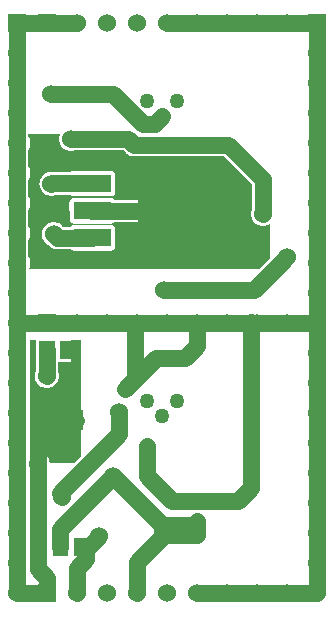
<source format=gbr>
G04 start of page 3 for group 1 idx 1 *
G04 Title: (unknown), solder *
G04 Creator: pcb 20140316 *
G04 CreationDate: Fri 17 Jul 2015 04:33:48 PM GMT UTC *
G04 For: fosse *
G04 Format: Gerber/RS-274X *
G04 PCB-Dimensions (mil): 3250.00 2150.00 *
G04 PCB-Coordinate-Origin: lower left *
%MOIN*%
%FSLAX25Y25*%
%LNBOTTOM*%
%ADD38C,0.0225*%
%ADD37C,0.0380*%
%ADD36C,0.0350*%
%ADD35C,0.0200*%
%ADD34C,0.0360*%
%ADD33R,0.0512X0.0512*%
%ADD32R,0.1220X0.1220*%
%ADD31R,0.0560X0.0560*%
%ADD30C,0.0500*%
%ADD29C,0.0600*%
%ADD28C,0.0550*%
%ADD27C,0.0001*%
G54D27*G36*
X51000Y157000D02*X68500D01*
Y129500D01*
X51000D01*
Y157000D01*
G37*
G36*
X47800Y161645D02*X48338Y161423D01*
X48912Y161285D01*
X49500Y161238D01*
X49647Y161250D01*
X79447D01*
X88750Y151947D01*
Y143399D01*
X88684Y143240D01*
X88537Y142628D01*
X88488Y142000D01*
X88537Y141372D01*
X88684Y140760D01*
X88925Y140178D01*
X89254Y139642D01*
X89663Y139163D01*
X90142Y138754D01*
X90678Y138425D01*
X91260Y138184D01*
X91872Y138037D01*
X92500Y137988D01*
X93128Y138037D01*
X93740Y138184D01*
X94322Y138425D01*
X94858Y138754D01*
X95000Y138875D01*
Y127303D01*
X91197Y123500D01*
X47800D01*
Y139250D01*
X52409D01*
X52414Y132165D01*
X52469Y131935D01*
X52559Y131717D01*
X52683Y131516D01*
X52836Y131336D01*
X53016Y131183D01*
X53217Y131059D01*
X53435Y130969D01*
X53665Y130914D01*
X53900Y130900D01*
X66335Y130914D01*
X66565Y130969D01*
X66783Y131059D01*
X66984Y131183D01*
X67164Y131336D01*
X67317Y131516D01*
X67441Y131717D01*
X67531Y131935D01*
X67586Y132165D01*
X67600Y132400D01*
X67586Y153835D01*
X67531Y154065D01*
X67441Y154283D01*
X67317Y154484D01*
X67164Y154664D01*
X66984Y154817D01*
X66783Y154941D01*
X66565Y155031D01*
X66335Y155086D01*
X66100Y155100D01*
X53665Y155086D01*
X53435Y155031D01*
X53217Y154941D01*
X53016Y154817D01*
X52836Y154664D01*
X52683Y154484D01*
X52559Y154283D01*
X52469Y154065D01*
X52414Y153835D01*
X52400Y153600D01*
X52404Y146750D01*
X47800D01*
Y161645D01*
G37*
G36*
X30594Y138701D02*X41935Y138714D01*
X42165Y138769D01*
X42383Y138859D01*
X42584Y138983D01*
X42764Y139136D01*
X42861Y139250D01*
X47800D01*
Y123500D01*
X30594D01*
Y129701D01*
X41935Y129714D01*
X42165Y129769D01*
X42383Y129859D01*
X42584Y129983D01*
X42764Y130136D01*
X42917Y130316D01*
X43041Y130517D01*
X43131Y130735D01*
X43186Y130965D01*
X43200Y131200D01*
X43186Y137035D01*
X43131Y137265D01*
X43041Y137483D01*
X42917Y137684D01*
X42764Y137864D01*
X42584Y138017D01*
X42383Y138141D01*
X42165Y138231D01*
X41935Y138286D01*
X41700Y138300D01*
X30594Y138288D01*
Y138701D01*
G37*
G36*
Y163250D02*X45947D01*
X46744Y162452D01*
X46840Y162340D01*
X47289Y161957D01*
X47289Y161957D01*
X47792Y161648D01*
X47800Y161645D01*
Y146750D01*
X42861D01*
X42764Y146864D01*
X42584Y147017D01*
X42383Y147141D01*
X42165Y147231D01*
X41935Y147286D01*
X41700Y147300D01*
X30594Y147288D01*
Y147801D01*
X41935Y147814D01*
X42165Y147869D01*
X42383Y147959D01*
X42584Y148083D01*
X42764Y148236D01*
X42917Y148416D01*
X43041Y148617D01*
X43131Y148835D01*
X43186Y149065D01*
X43200Y149300D01*
X43186Y155135D01*
X43131Y155365D01*
X43041Y155583D01*
X42917Y155784D01*
X42764Y155964D01*
X42584Y156117D01*
X42383Y156241D01*
X42165Y156331D01*
X41935Y156386D01*
X41700Y156400D01*
X30594Y156388D01*
Y163250D01*
G37*
G36*
X14250Y168500D02*X24792D01*
X24684Y168240D01*
X24537Y167628D01*
X24488Y167000D01*
X24537Y166372D01*
X24684Y165760D01*
X24925Y165178D01*
X25254Y164642D01*
X25663Y164163D01*
X26142Y163754D01*
X26678Y163425D01*
X27260Y163184D01*
X27872Y163037D01*
X28500Y162988D01*
X29128Y163037D01*
X29740Y163184D01*
X29899Y163250D01*
X30594D01*
Y156388D01*
X29265Y156386D01*
X29035Y156331D01*
X28817Y156241D01*
X28616Y156117D01*
X28436Y155964D01*
X28339Y155850D01*
X23098D01*
X22628Y155963D01*
X22000Y156012D01*
X21372Y155963D01*
X20760Y155816D01*
X20178Y155575D01*
X19642Y155246D01*
X19163Y154837D01*
X18754Y154358D01*
X18425Y153822D01*
X18184Y153240D01*
X18037Y152628D01*
X17988Y152000D01*
X18037Y151372D01*
X18184Y150760D01*
X18425Y150178D01*
X18754Y149642D01*
X19163Y149163D01*
X19642Y148754D01*
X20178Y148425D01*
X20760Y148184D01*
X21372Y148037D01*
X22000Y147988D01*
X22628Y148037D01*
X23240Y148184D01*
X23641Y148350D01*
X28339D01*
X28436Y148236D01*
X28616Y148083D01*
X28817Y147959D01*
X29035Y147869D01*
X29265Y147814D01*
X29500Y147800D01*
X30594Y147801D01*
Y147288D01*
X29265Y147286D01*
X29035Y147231D01*
X28817Y147141D01*
X28616Y147017D01*
X28436Y146864D01*
X28283Y146684D01*
X28159Y146483D01*
X28069Y146265D01*
X28014Y146035D01*
X28000Y145800D01*
X28014Y139965D01*
X28069Y139735D01*
X28159Y139517D01*
X28283Y139316D01*
X28436Y139136D01*
X28616Y138983D01*
X28817Y138859D01*
X29035Y138769D01*
X29265Y138714D01*
X29500Y138700D01*
X30594Y138701D01*
Y138288D01*
X29265Y138286D01*
X29035Y138231D01*
X28817Y138141D01*
X28616Y138017D01*
X28436Y137864D01*
X28339Y137750D01*
X25875D01*
X25587Y138087D01*
X25108Y138496D01*
X24572Y138825D01*
X23990Y139066D01*
X23378Y139213D01*
X22750Y139262D01*
X22122Y139213D01*
X21510Y139066D01*
X20928Y138825D01*
X20392Y138496D01*
X19913Y138087D01*
X19504Y137608D01*
X19175Y137072D01*
X18934Y136490D01*
X18787Y135878D01*
X18738Y135250D01*
X18787Y134622D01*
X18934Y134010D01*
X19175Y133428D01*
X19504Y132892D01*
X19913Y132413D01*
X20392Y132004D01*
X20928Y131675D01*
X21088Y131609D01*
X21244Y131452D01*
X21340Y131340D01*
X21789Y130957D01*
X21789Y130957D01*
X22292Y130648D01*
X22838Y130423D01*
X23412Y130285D01*
X24000Y130238D01*
X24147Y130250D01*
X28339D01*
X28436Y130136D01*
X28616Y129983D01*
X28817Y129859D01*
X29035Y129769D01*
X29265Y129714D01*
X29500Y129700D01*
X30594Y129701D01*
Y123500D01*
X14542D01*
X14793Y124105D01*
X14958Y124794D01*
X15000Y125500D01*
X14958Y126206D01*
X14793Y126895D01*
X14522Y127549D01*
X14250Y127993D01*
Y133007D01*
X14522Y133451D01*
X14793Y134105D01*
X14958Y134794D01*
X15000Y135500D01*
X14958Y136206D01*
X14793Y136895D01*
X14522Y137549D01*
X14250Y137993D01*
Y143007D01*
X14522Y143451D01*
X14793Y144105D01*
X14958Y144794D01*
X15000Y145500D01*
X14958Y146206D01*
X14793Y146895D01*
X14522Y147549D01*
X14250Y147993D01*
Y153007D01*
X14522Y153451D01*
X14793Y154105D01*
X14958Y154794D01*
X15000Y155500D01*
X14958Y156206D01*
X14793Y156895D01*
X14522Y157549D01*
X14250Y157993D01*
Y163007D01*
X14522Y163451D01*
X14793Y164105D01*
X14958Y164794D01*
X15000Y165500D01*
X14958Y166206D01*
X14793Y166895D01*
X14522Y167549D01*
X14250Y167993D01*
Y168500D01*
G37*
G36*
X22496Y84515D02*X22815Y84711D01*
X23294Y85120D01*
X23703Y85599D01*
X24032Y86136D01*
X24273Y86717D01*
X24420Y87329D01*
X24457Y87957D01*
X24420Y88585D01*
X24273Y89197D01*
X24207Y89356D01*
Y92918D01*
X24275Y92839D01*
X24394Y92736D01*
X24529Y92654D01*
X24674Y92594D01*
X24827Y92557D01*
X24984Y92548D01*
X30259Y92557D01*
X30412Y92594D01*
X30557Y92654D01*
X30692Y92736D01*
X30811Y92839D01*
X30914Y92958D01*
X30996Y93093D01*
X31056Y93238D01*
X31093Y93391D01*
X31102Y93548D01*
X31093Y99609D01*
X31056Y99762D01*
X30996Y99907D01*
X30939Y100000D01*
X32000D01*
Y75760D01*
X31939Y75774D01*
X31500Y75809D01*
X31061Y75774D01*
X30632Y75671D01*
X30225Y75503D01*
X29849Y75272D01*
X29514Y74986D01*
X29228Y74651D01*
X28997Y74275D01*
X28829Y73868D01*
X28726Y73439D01*
X28691Y73000D01*
X28726Y72561D01*
X28829Y72132D01*
X28997Y71725D01*
X29228Y71349D01*
X29514Y71014D01*
X29849Y70728D01*
X30225Y70497D01*
X30632Y70329D01*
X31061Y70226D01*
X31500Y70191D01*
X31939Y70226D01*
X32000Y70240D01*
Y61303D01*
X29697Y59000D01*
X22496D01*
Y70192D01*
X22500Y70191D01*
X22939Y70226D01*
X23368Y70329D01*
X23775Y70497D01*
X24151Y70728D01*
X24486Y71014D01*
X24772Y71349D01*
X25003Y71725D01*
X25171Y72132D01*
X25274Y72561D01*
X25300Y73000D01*
X25274Y73439D01*
X25171Y73868D01*
X25003Y74275D01*
X24772Y74651D01*
X24486Y74986D01*
X24151Y75272D01*
X23775Y75503D01*
X23368Y75671D01*
X22939Y75774D01*
X22500Y75809D01*
X22496Y75808D01*
Y84515D01*
G37*
G36*
X15000Y61625D02*Y100000D01*
X17061D01*
X17004Y99907D01*
X16944Y99762D01*
X16907Y99609D01*
X16898Y99452D01*
X16901Y97713D01*
X16880Y97662D01*
X16742Y97088D01*
X16707Y96500D01*
Y89356D01*
X16641Y89197D01*
X16494Y88585D01*
X16445Y87957D01*
X16494Y87329D01*
X16641Y86717D01*
X16882Y86136D01*
X17211Y85599D01*
X17620Y85120D01*
X18099Y84711D01*
X18635Y84382D01*
X19217Y84141D01*
X19829Y83994D01*
X20457Y83945D01*
X21085Y83994D01*
X21697Y84141D01*
X22279Y84382D01*
X22496Y84515D01*
Y75808D01*
X22061Y75774D01*
X21632Y75671D01*
X21225Y75503D01*
X20849Y75272D01*
X20514Y74986D01*
X20228Y74651D01*
X19997Y74275D01*
X19829Y73868D01*
X19726Y73439D01*
X19691Y73000D01*
X19726Y72561D01*
X19829Y72132D01*
X19997Y71725D01*
X20228Y71349D01*
X20514Y71014D01*
X20849Y70728D01*
X21225Y70497D01*
X21632Y70329D01*
X22061Y70226D01*
X22496Y70192D01*
Y59000D01*
X21470D01*
X21463Y59128D01*
X21316Y59740D01*
X21075Y60322D01*
X20746Y60858D01*
X20337Y61337D01*
X19858Y61746D01*
X19322Y62075D01*
X18740Y62316D01*
X18128Y62463D01*
X17500Y62512D01*
X16872Y62463D01*
X16260Y62316D01*
X15678Y62075D01*
X15142Y61746D01*
X15000Y61625D01*
G37*
G36*
X19500Y70000D02*Y76500D01*
X32500D01*
Y70000D01*
X19500D01*
G37*
G36*
X28500Y92500D02*Y100000D01*
X32000D01*
Y92500D01*
X28500D01*
G37*
G36*
X20500Y59000D02*X15000D01*
Y64000D01*
X20500D01*
Y59000D01*
G37*
G54D28*X28500Y167000D02*X47500D01*
X49500Y165000D02*X81000D01*
X47500Y167000D02*X49500Y165000D01*
X42500Y182000D02*X52250Y172250D01*
X59000Y174500D02*X56500Y172000D01*
X52500D01*
X52000Y172500D01*
X22000Y182000D02*X42500D01*
X30500Y205500D02*X10500D01*
X110500D02*X60500D01*
X35600Y143000D02*X60000D01*
X35600Y152100D02*X22100D01*
X22000Y152000D01*
X35600Y134000D02*X24000D01*
X22750Y135250D01*
X10500Y105500D02*X110500D01*
X92500Y142000D02*Y153500D01*
X81000Y165000D01*
X10500Y15500D02*Y205500D01*
X20457Y96500D02*Y87957D01*
X50000Y105500D02*Y87000D01*
X46500Y83500D01*
X57000Y94000D01*
X66500D01*
X70500Y98000D01*
Y105500D01*
X59500Y116500D02*X89500D01*
X100000Y127000D01*
X110500Y15500D02*Y205500D01*
X84250Y46250D02*X62250D01*
X110500Y15500D02*X70500D01*
Y39500D02*Y35000D01*
X88500Y106000D02*Y50500D01*
X84250Y46250D01*
X25500Y49500D02*X26500Y50500D01*
X17500Y23500D02*Y58500D01*
X30500Y15500D02*Y24000D01*
X33500Y27000D01*
X20500Y15500D02*Y20500D01*
X17500Y23500D01*
X20500Y15500D02*X10500D01*
X59750Y37250D02*X42500Y54500D01*
X62250Y46250D02*X54000Y54500D01*
X70000Y38250D02*X59250D01*
X70500Y35000D02*X60250D01*
X59000Y36250D01*
X25000Y49000D02*X44500Y68500D01*
Y76000D01*
X54000Y54500D02*Y64500D01*
X33500Y27000D02*Y30000D01*
X38000Y34500D01*
X24957Y31000D02*Y36957D01*
X42500Y54500D01*
X25500Y47500D02*Y49500D01*
X50500Y15500D02*Y26000D01*
X59500Y35000D01*
G54D29*X110500Y125500D03*
Y115500D03*
Y105500D03*
Y95500D03*
Y85500D03*
X90500Y105500D03*
X100500D03*
X110500Y175500D03*
Y165500D03*
Y155500D03*
Y145500D03*
G54D27*G36*
X107500Y208500D02*Y202500D01*
X113500D01*
Y208500D01*
X107500D01*
G37*
G54D29*X110500Y195500D03*
Y185500D03*
Y135500D03*
X90500Y205500D03*
X100500D03*
X110500Y75500D03*
Y65500D03*
Y55500D03*
Y45500D03*
Y35500D03*
Y25500D03*
Y15500D03*
X80500D03*
X90500D03*
X100500D03*
G54D27*G36*
X17500Y18500D02*Y12500D01*
X23500D01*
Y18500D01*
X17500D01*
G37*
G54D29*X30500Y15500D03*
X40500D03*
X50500D03*
X60500D03*
X70500D03*
X10500Y25500D03*
Y15500D03*
G54D27*G36*
X17500Y108500D02*Y102500D01*
X23500D01*
Y108500D01*
X17500D01*
G37*
G54D29*X30500Y105500D03*
X60500D03*
X70500D03*
X80500D03*
G54D30*X54000Y79500D03*
X64000D03*
X59000Y74500D03*
G54D29*X10500Y145500D03*
Y135500D03*
Y125500D03*
Y115500D03*
Y105500D03*
Y95500D03*
Y85500D03*
Y75500D03*
Y65500D03*
Y55500D03*
Y45500D03*
Y35500D03*
X40500Y105500D03*
Y205500D03*
X50500Y105500D03*
G54D27*G36*
X17500Y208500D02*Y202500D01*
X23500D01*
Y208500D01*
X17500D01*
G37*
G54D29*X30500Y205500D03*
G54D27*G36*
X7500Y208500D02*Y202500D01*
X13500D01*
Y208500D01*
X7500D01*
G37*
G54D29*X10500Y195500D03*
Y185500D03*
Y175500D03*
Y165500D03*
Y155500D03*
X50500Y205500D03*
X60500D03*
X70500D03*
X80500D03*
G54D30*X54000Y179500D03*
X64000D03*
X59000Y174500D03*
G54D28*X84250Y46250D02*X88500Y50500D01*
X62250Y46250D02*X84250D01*
X88500Y106000D02*Y50500D01*
X66500Y94000D02*X70500Y98000D01*
G54D31*X32300Y134000D02*X38900D01*
X32300Y143000D02*X38900D01*
X32300Y152100D02*X38900D01*
G54D32*X60000Y147500D02*Y138500D01*
G54D28*X46500Y83500D02*X50000Y87000D01*
G54D33*X20457Y96893D02*Y96107D01*
X27543Y96893D02*Y96107D01*
G54D28*X46500Y83500D02*X57000Y94000D01*
X66500D01*
G54D33*X24957Y31393D02*Y30607D01*
X32043Y31393D02*Y30607D01*
G54D28*X25000Y49000D02*X44500Y68500D01*
X54000Y54500D02*X62250Y46250D01*
X54000Y64500D02*Y54500D01*
X44500Y76000D02*Y68500D01*
G54D34*X60000Y139500D03*
Y135500D03*
G54D29*X59500Y116500D03*
G54D34*X70500Y39500D03*
Y35000D03*
X22500Y73000D03*
X31500D03*
G54D29*X42500Y54500D03*
X38000Y34500D03*
X20457Y87957D03*
X25500Y47500D03*
X44500Y76000D03*
X17500Y58500D03*
G54D34*X73000Y47000D03*
X56000Y147500D03*
X60000D03*
X64000D03*
Y143500D03*
X60000D03*
X56000D03*
X64000Y151500D03*
X60000D03*
X56000D03*
G54D29*X22000Y152000D03*
Y182000D03*
X28500Y167000D03*
G54D34*X56000Y139500D03*
Y135500D03*
X64000Y139500D03*
G54D29*X100500Y127500D03*
X92500Y142000D03*
G54D34*X64000Y135500D03*
G54D29*X22750Y135250D03*
G54D35*G54D36*G54D35*G54D36*G54D35*G54D36*G54D35*G54D36*G54D35*G54D36*G54D37*G54D38*G54D37*G54D38*M02*

</source>
